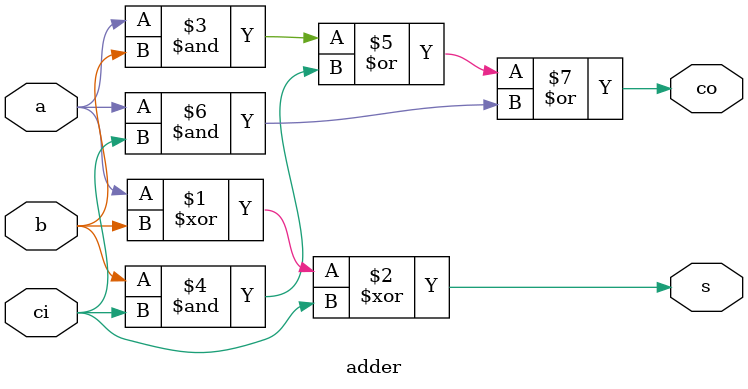
<source format=v>
module adder(
    input a,b,ci,
    output s,co
);
    assign s=a^b^ci;
    assign co=(a&b)|(b&ci)|(a&ci);
endmodule
//1位全加器
</source>
